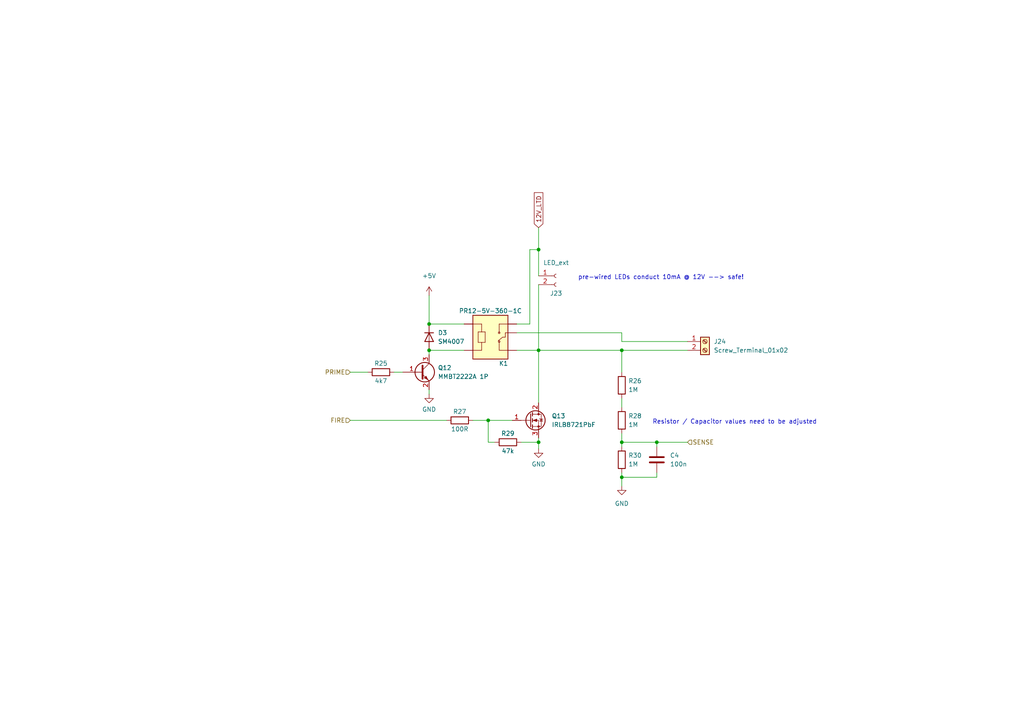
<source format=kicad_sch>
(kicad_sch (version 20211123) (generator eeschema)
  (paper "A4")
  (title_block (company "Alexander Sage"))
  (lib_symbols
    (symbol "CUI Relays:PR12-5V-360-1C" (pin_numbers hide) (pin_names (offset 1.016) hide)
      (property "Reference" "K" (at -5.08 5.842 0))
      (property "Value" "PR12-5V-360-1C" (at -5.08 -10.16 0))
      (symbol "PR12-5V-360-1C_0_0"
        (rectangle (start -5.08 -7.62) (end 5.08 5.08) (stroke (width 0.254)) (fill (type background)))
        (polyline (pts (xy -5.08 2.54) (xy -2.54 2.54)) (stroke (width 0.1524)))
        (polyline (pts (xy -3.556 -2.794) (xy -2.54 -2.794)) (stroke (width 0.1524)))
        (polyline (pts (xy -3.556 0.254) (xy -3.556 -2.794)) (stroke (width 0.1524)))
        (polyline (pts (xy -2.54 -5.08) (xy -5.08 -5.08)) (stroke (width 0.1524)))
        (polyline (pts (xy -2.54 -2.794) (xy -2.54 -5.08)) (stroke (width 0.1524)))
        (polyline (pts (xy -2.54 -2.794) (xy -1.524 -2.794)) (stroke (width 0.1524)))
        (polyline (pts (xy -2.54 0.254) (xy -3.556 0.254)) (stroke (width 0.1524)))
        (polyline (pts (xy -2.54 2.54) (xy -2.54 0.254)) (stroke (width 0.1524)))
        (polyline (pts (xy -1.524 -2.794) (xy -1.524 0.254)) (stroke (width 0.1524)))
        (polyline (pts (xy -1.524 0.254) (xy -2.54 0.254)) (stroke (width 0.1524)))
        (polyline (pts (xy 2.54 -5.08) (xy 5.08 -5.08)) (stroke (width 0.1524)))
        (polyline (pts (xy 2.54 -2.54) (xy 2.54 -5.08)) (stroke (width 0.1524)))
        (polyline (pts (xy 2.54 2.54) (xy 2.54 0)) (stroke (width 0.1524)))
        (polyline (pts (xy 3.556 -1.27) (xy 2.286 -2.286)) (stroke (width 0.1524)))
        (polyline (pts (xy 3.556 -1.27) (xy 4.318 -1.27)) (stroke (width 0.1524)))
        (polyline (pts (xy 4.318 -1.27) (xy 4.318 0)) (stroke (width 0.1524)))
        (polyline (pts (xy 4.318 0) (xy 5.08 0)) (stroke (width 0.1524)))
        (polyline (pts (xy 5.08 2.54) (xy 2.54 2.54)) (stroke (width 0.1524)))
        (circle (center 2.54 -2.54) (radius 0.254) (stroke (width 0.1524)))
        (circle (center 2.54 0) (radius 0.254) (stroke (width 0.1524)))
        (pin passive line (at -7.62 2.54 0) (length 2.54) (name "Coil_1") (number "A1"))
        (pin passive line (at -7.62 -5.08 0) (length 2.54) (name "Coil_2") (number "A2"))
        (pin passive line (at 7.62 0 180) (length 2.54) (name "COM") (number "COM"))
        (pin passive line (at 7.62 -5.08 180) (length 2.54) (name "NC") (number "NC"))
        (pin passive line (at 7.62 2.54 180) (length 2.54) (name "NO") (number "NO"))
      )
    )
    (symbol "Connector:Conn_01x02_Female" (pin_names (offset 1.016) hide)
      (property "Reference" "J" (at 0 2.54 0))
      (property "Value" "Conn_01x02_Female" (at 0 -5.08 0))
      (symbol "Conn_01x02_Female_1_1"
        (arc (start 0 -2.032) (mid -0.508 -2.54) (end 0 -3.048) (stroke (width 0.1524)))
        (polyline (pts (xy -1.27 -2.54) (xy -0.508 -2.54)) (stroke (width 0.1524)))
        (polyline (pts (xy -1.27 0) (xy -0.508 0)) (stroke (width 0.1524)))
        (arc (start 0 0.508) (mid -0.508 0) (end 0 -0.508) (stroke (width 0.1524)))
        (pin passive line (at -5.08 0 0) (length 3.81) (name "Pin_1") (number "1"))
        (pin passive line (at -5.08 -2.54 0) (length 3.81) (name "Pin_2") (number "2"))
      )
    )
    (symbol "Connector:Screw_Terminal_01x02" (pin_names (offset 1.016) hide)
      (property "Reference" "J" (at 0 2.54 0))
      (property "Value" "Screw_Terminal_01x02" (at 0 -5.08 0))
      (symbol "Screw_Terminal_01x02_1_1"
        (rectangle (start -1.27 1.27) (end 1.27 -3.81) (stroke (width 0.254)) (fill (type background)))
        (circle (center 0 -2.54) (radius 0.635) (stroke (width 0.1524)))
        (polyline (pts (xy -0.5334 -2.2098) (xy 0.3302 -3.048)) (stroke (width 0.1524)))
        (polyline (pts (xy -0.5334 0.3302) (xy 0.3302 -0.508)) (stroke (width 0.1524)))
        (polyline (pts (xy -0.3556 -2.032) (xy 0.508 -2.8702)) (stroke (width 0.1524)))
        (polyline (pts (xy -0.3556 0.508) (xy 0.508 -0.3302)) (stroke (width 0.1524)))
        (circle (center 0 0) (radius 0.635) (stroke (width 0.1524)))
        (pin passive line (at -5.08 0 0) (length 3.81) (name "Pin_1") (number "1"))
        (pin passive line (at -5.08 -2.54 0) (length 3.81) (name "Pin_2") (number "2"))
      )
    )
    (symbol "Device:C" (pin_numbers hide) (pin_names (offset 0.254))
      (property "Reference" "C" (at 0.635 2.54 0))
      (property "Value" "C" (at 0.635 -2.54 0))
      (symbol "C_0_1"
        (polyline (pts (xy -2.032 -0.762) (xy 2.032 -0.762)) (stroke (width 0.508)))
        (polyline (pts (xy -2.032 0.762) (xy 2.032 0.762)) (stroke (width 0.508)))
      )
      (symbol "C_1_1"
        (pin passive line (at 0 3.81 270) (length 2.794) (name "~") (number "1"))
        (pin passive line (at 0 -3.81 90) (length 2.794) (name "~") (number "2"))
      )
    )
    (symbol "Device:R" (pin_numbers hide) (pin_names (offset 0))
      (property "Reference" "R" (at 2.032 0 90))
      (property "Value" "R" (at 0 0 90))
      (symbol "R_0_1"
        (rectangle (start -1.016 -2.54) (end 1.016 2.54) (stroke (width 0.254)))
      )
      (symbol "R_1_1"
        (pin passive line (at 0 3.81 270) (length 1.27) (name "~") (number "1"))
        (pin passive line (at 0 -3.81 90) (length 1.27) (name "~") (number "2"))
      )
    )
    (symbol "Diode:SM4007" (pin_numbers hide) (pin_names hide)
      (property "Reference" "D" (at 0 2.54 0))
      (property "Value" "SM4007" (at 0 -2.54 0))
      (symbol "SM4007_0_1"
        (polyline (pts (xy -1.27 1.27) (xy -1.27 -1.27)) (stroke (width 0.254)))
        (polyline (pts (xy 1.27 0) (xy -1.27 0)))
        (polyline (pts (xy 1.27 1.27) (xy 1.27 -1.27) (xy -1.27 0) (xy 1.27 1.27)) (stroke (width 0.254)))
      )
      (symbol "SM4007_1_1"
        (pin passive line (at -3.81 0 0) (length 2.54) (name "K") (number "1"))
        (pin passive line (at 3.81 0 180) (length 2.54) (name "A") (number "2"))
      )
    )
    (symbol "JLCPCB_Parts:MMBT2222A 1P" (pin_names (offset 0) hide)
      (property "Reference" "Q" (at 5.08 1.905 0))
      (property "Value" "MMBT2222A 1P" (at 5.08 0 0))
      (symbol "MMBT2222A 1P_0_1"
        (polyline (pts (xy 0 0) (xy 0.635 0)))
        (polyline (pts (xy 2.54 -2.54) (xy 0.635 -0.635)))
        (polyline (pts (xy 2.54 2.54) (xy 0.635 0.635)))
        (polyline (pts (xy 0.635 1.905) (xy 0.635 -1.905) (xy 0.635 -1.905)) (stroke (width 0.508)))
        (polyline (pts (xy 2.413 -2.413) (xy 1.905 -1.905) (xy 1.905 -1.905)))
        (polyline (pts (xy 1.143 -1.651) (xy 1.651 -1.143) (xy 2.159 -2.159) (xy 1.143 -1.651) (xy 1.143 -1.651)) (fill (type outline)))
        (circle (center 1.27 0) (radius 2.8194) (stroke (width 0.254)))
      )
      (symbol "MMBT2222A 1P_1_1"
        (pin input line (at -5.08 0 0) (length 5.08) (name "B") (number "1"))
        (pin passive line (at 2.54 -5.08 90) (length 2.54) (name "E") (number "2"))
        (pin passive line (at 2.54 5.08 270) (length 2.54) (name "C") (number "3"))
      )
    )
    (symbol "Transistor_FET:IPD50R380CE" (pin_names hide)
      (property "Reference" "Q" (at 5.08 1.905 0))
      (property "Value" "IPD50R380CE" (at 5.08 0 0))
      (symbol "IPD50R380CE_0_1"
        (polyline (pts (xy 0.254 0) (xy -2.54 0)))
        (polyline (pts (xy 0.254 1.905) (xy 0.254 -1.905)) (stroke (width 0.254)))
        (polyline (pts (xy 0.762 -1.27) (xy 0.762 -2.286)) (stroke (width 0.254)))
        (polyline (pts (xy 0.762 0.508) (xy 0.762 -0.508)) (stroke (width 0.254)))
        (polyline (pts (xy 0.762 2.286) (xy 0.762 1.27)) (stroke (width 0.254)))
        (polyline (pts (xy 2.54 2.54) (xy 2.54 1.778)))
        (polyline (pts (xy 2.54 -2.54) (xy 2.54 0) (xy 0.762 0)))
        (polyline (pts (xy 0.762 -1.778) (xy 3.302 -1.778) (xy 3.302 1.778) (xy 0.762 1.778)))
        (polyline (pts (xy 1.016 0) (xy 2.032 0.381) (xy 2.032 -0.381) (xy 1.016 0)) (fill (type outline)))
        (polyline (pts (xy 2.794 0.508) (xy 2.921 0.381) (xy 3.683 0.381) (xy 3.81 0.254)))
        (polyline (pts (xy 3.302 0.381) (xy 2.921 -0.254) (xy 3.683 -0.254) (xy 3.302 0.381)))
        (circle (center 1.651 0) (radius 2.794) (stroke (width 0.254)))
        (circle (center 2.54 -1.778) (radius 0.254) (fill (type outline)))
        (circle (center 2.54 1.778) (radius 0.254) (fill (type outline)))
      )
      (symbol "IPD50R380CE_1_1"
        (pin input line (at -5.08 0 0) (length 2.54) (name "G") (number "1"))
        (pin passive line (at 2.54 5.08 270) (length 2.54) (name "D") (number "2"))
        (pin passive line (at 2.54 -5.08 90) (length 2.54) (name "S") (number "3"))
      )
    )
    (symbol "power:+5V" (power) (pin_names (offset 0))
      (property "Value" "+5V" (at 0 3.556 0))
      (symbol "+5V_0_1"
        (polyline (pts (xy -0.762 1.27) (xy 0 2.54)))
        (polyline (pts (xy 0 0) (xy 0 2.54)))
        (polyline (pts (xy 0 2.54) (xy 0.762 1.27)))
      )
      (symbol "+5V_1_1"
        (pin power_in line (at 0 0 90) (length 0) hide (name "+5V") (number "1"))
      )
    )
    (symbol "power:GND" (power) (pin_names (offset 0))
      (property "Value" "GND" (at 0 -3.81 0))
      (symbol "GND_0_1"
        (polyline (pts (xy 0 0) (xy 0 -1.27) (xy 1.27 -1.27) (xy 0 -2.54) (xy -1.27 -1.27) (xy 0 -1.27)))
      )
      (symbol "GND_1_1"
        (pin power_in line (at 0 0 270) (length 0) hide (name "GND") (number "1"))
      )
    )
  )
  (junction (at 124.46 93.98))
  (junction (at 156.21 101.6))
  (junction (at 190.5 128.27))
  (junction (at 180.34 128.27))
  (junction (at 124.46 101.6))
  (junction (at 180.34 101.6))
  (junction (at 156.21 128.27))
  (junction (at 180.34 138.43))
  (junction (at 156.21 72.39))
  (junction (at 141.605 121.92))
  (wire (pts (xy 190.5 128.27) (xy 190.5 129.54)))
  (wire (pts (xy 190.5 137.16) (xy 190.5 138.43)))
  (wire (pts (xy 101.6 121.92) (xy 129.54 121.92)))
  (wire (pts (xy 124.46 101.6) (xy 124.46 102.87)))
  (wire (pts (xy 141.605 121.92) (xy 148.59 121.92)))
  (wire (pts (xy 180.34 115.57) (xy 180.34 118.11)))
  (wire (pts (xy 124.46 101.6) (xy 134.62 101.6)))
  (wire (pts (xy 180.34 101.6) (xy 199.39 101.6)))
  (wire (pts (xy 141.605 128.27) (xy 141.605 121.92)))
  (wire (pts (xy 143.51 128.27) (xy 141.605 128.27)))
  (wire (pts (xy 180.34 99.06) (xy 199.39 99.06)))
  (wire (pts (xy 124.46 85.725) (xy 124.46 93.98)))
  (wire (pts (xy 180.34 96.52) (xy 180.34 99.06)))
  (wire (pts (xy 156.21 128.27) (xy 156.21 130.175)))
  (wire (pts (xy 190.5 128.27) (xy 199.39 128.27)))
  (wire (pts (xy 156.21 101.6) (xy 156.21 116.84)))
  (wire (pts (xy 124.46 113.03) (xy 124.46 114.3)))
  (wire (pts (xy 180.34 137.16) (xy 180.34 138.43)))
  (wire (pts (xy 114.3 107.95) (xy 116.84 107.95)))
  (wire (pts (xy 180.34 128.27) (xy 190.5 128.27)))
  (wire (pts (xy 153.67 72.39) (xy 156.21 72.39)))
  (wire (pts (xy 156.21 72.39) (xy 156.21 80.01)))
  (wire (pts (xy 137.16 121.92) (xy 141.605 121.92)))
  (wire (pts (xy 156.21 66.04) (xy 156.21 72.39)))
  (wire (pts (xy 180.34 138.43) (xy 190.5 138.43)))
  (wire (pts (xy 149.86 93.98) (xy 153.67 93.98)))
  (wire (pts (xy 156.21 101.6) (xy 180.34 101.6)))
  (wire (pts (xy 101.6 107.95) (xy 106.68 107.95)))
  (wire (pts (xy 180.34 138.43) (xy 180.34 140.97)))
  (wire (pts (xy 153.67 93.98) (xy 153.67 72.39)))
  (wire (pts (xy 156.21 82.55) (xy 156.21 101.6)))
  (wire (pts (xy 180.34 107.95) (xy 180.34 101.6)))
  (wire (pts (xy 151.13 128.27) (xy 156.21 128.27)))
  (wire (pts (xy 180.34 128.27) (xy 180.34 129.54)))
  (wire (pts (xy 149.86 101.6) (xy 156.21 101.6)))
  (wire (pts (xy 124.46 93.98) (xy 134.62 93.98)))
  (wire (pts (xy 149.86 96.52) (xy 180.34 96.52)))
  (wire (pts (xy 180.34 125.73) (xy 180.34 128.27)))
  (wire (pts (xy 156.21 127) (xy 156.21 128.27)))
  (text "pre-wired LEDs conduct 10mA @ 12V --> safe!" (at 167.64 81.28 0) (effects (font (size 1.27 1.27)) (justify left bottom)))
  (text "Resistor / Capacitor values need to be adjusted" (at 189.23 123.19 0) (effects (font (size 1.27 1.27)) (justify left bottom)))
  (global_label "12V_LTD" (shape input) (at 156.21 66.04 90) (property "Intersheet References" "${INTERSHEET_REFS}" (effects hide)))
  (hierarchical_label "PRIME" (shape input) (at 101.6 107.95 180))
  (hierarchical_label "SENSE" (shape input) (at 199.39 128.27 0))
  (hierarchical_label "FIRE" (shape input) (at 101.6 121.92 180))
  (symbol (lib_id "power:GND") (at 156.21 130.175 0) (unit 1)
    (property "Reference" "#PWR049" (effects hide))
    (property "Value" "GND" (at 156.21 134.62 0))
  )
  (symbol (lib_id "Device:R") (at 110.49 107.95 90) (unit 1)
    (property "Reference" "R25" (at 110.49 105.41 90))
    (property "Value" "4k7" (at 110.49 110.49 90))
    (property "Footprint" "Resistor_SMD:R_0805_2012Metric_Pad1.20x1.40mm_HandSolder" (effects hide))
  )
  (symbol (lib_id "Connector:Conn_01x02_Female") (at 161.29 80.01 0) (unit 1)
    (property "Reference" "J23" (at 161.29 85.09 0))
    (property "Value" "LED_ext" (at 161.29 76.2 0))
    (property "Footprint" "Connector_PinHeader_2.54mm:PinHeader_1x02_P2.54mm_Vertical" (effects hide))
  )
  (symbol (lib_id "JLCPCB_Parts:MMBT2222A 1P") (at 121.92 107.95 0) (unit 1)
    (property "Reference" "Q12" (at 127 106.6799 0) (effects (justify left)))
    (property "Value" "MMBT2222A 1P" (at 127 109.2199 0) (effects (justify left)))
    (property "Footprint" "Package_TO_SOT_SMD:SOT-23" (effects hide))
    (property "Datasheet" "https://datasheet.lcsc.com/lcsc/1811081957_Jiangsu-Changjing-Electronics-Technology-Co---Ltd--MMBT2222A-1P_C8512.pdf" (effects hide))
  )
  (symbol (lib_id "power:GND") (at 180.34 140.97 0) (unit 1)
    (property "Reference" "#PWR050" (effects hide))
    (property "Value" "GND" (at 180.34 146.05 0))
  )
  (symbol (lib_id "Device:R") (at 147.32 128.27 90) (unit 1)
    (property "Reference" "R29" (at 147.32 125.73 90))
    (property "Value" "47k" (at 147.32 130.81 90))
    (property "Footprint" "Resistor_SMD:R_0805_2012Metric_Pad1.20x1.40mm_HandSolder" (effects hide))
  )
  (symbol (lib_id "power:+5V") (at 124.46 85.725 0) (unit 1)
    (property "Reference" "#PWR047" (effects hide))
    (property "Value" "+5V" (at 124.46 80.01 0))
  )
  (symbol (lib_id "CUI Relays:PR12-5V-360-1C") (at 142.24 96.52 0) (unit 1)
    (property "Reference" "K1" (at 146.05 105.41 0))
    (property "Value" "PR12-5V-360-1C" (at 142.24 90.17 0))
    (property "Footprint" "CUI Relays:PR12-5V-360-1C" (effects hide))
    (property "MANUFACTURER" "CUI DEVICES" (effects hide))
  )
  (symbol (lib_id "Device:R") (at 180.34 121.92 0) (unit 1)
    (property "Reference" "R28" (at 182.245 120.6499 0) (effects (justify left)))
    (property "Value" "1M" (at 182.245 123.1899 0) (effects (justify left)))
    (property "Footprint" "Resistor_SMD:R_0805_2012Metric_Pad1.20x1.40mm_HandSolder" (effects hide))
  )
  (symbol (lib_id "Device:R") (at 180.34 133.35 0) (unit 1)
    (property "Reference" "R30" (at 182.245 132.0799 0) (effects (justify left)))
    (property "Value" "1M" (at 182.245 134.6199 0) (effects (justify left)))
    (property "Footprint" "Resistor_SMD:R_0805_2012Metric_Pad1.20x1.40mm_HandSolder" (effects hide))
  )
  (symbol (lib_id "Device:R") (at 133.35 121.92 90) (unit 1)
    (property "Reference" "R27" (at 133.35 119.38 90))
    (property "Value" "100R" (at 133.35 124.46 90))
    (property "Footprint" "Resistor_SMD:R_0805_2012Metric_Pad1.20x1.40mm_HandSolder" (effects hide))
  )
  (symbol (lib_id "Connector:Screw_Terminal_01x02") (at 204.47 99.06 0) (unit 1)
    (property "Reference" "J24" (at 207.01 99.0599 0) (effects (justify left)))
    (property "Value" "Screw_Terminal_01x02" (at 207.01 101.5999 0) (effects (justify left)))
    (property "Footprint" "TerminalBlock_Phoenix:TerminalBlock_Phoenix_PT-1,5-2-5.0-H_1x02_P5.00mm_Horizontal" (effects hide))
  )
  (symbol (lib_id "power:GND") (at 124.46 114.3 0) (unit 1)
    (property "Reference" "#PWR048" (effects hide))
    (property "Value" "GND" (at 124.46 118.745 0))
  )
  (symbol (lib_id "Device:C") (at 190.5 133.35 0) (unit 1)
    (property "Reference" "C4" (at 194.31 132.0799 0) (effects (justify left)))
    (property "Value" "100n" (at 194.31 134.6199 0) (effects (justify left)))
    (property "Footprint" "Capacitor_SMD:C_0805_2012Metric_Pad1.18x1.45mm_HandSolder" (effects hide))
  )
  (symbol (lib_id "Device:R") (at 180.34 111.76 0) (unit 1)
    (property "Reference" "R26" (at 182.245 110.4899 0) (effects (justify left)))
    (property "Value" "1M" (at 182.245 113.0299 0) (effects (justify left)))
    (property "Footprint" "Resistor_SMD:R_0805_2012Metric_Pad1.20x1.40mm_HandSolder" (effects hide))
  )
  (symbol (lib_id "Diode:SM4007") (at 124.46 97.79 270) (unit 1)
    (property "Reference" "D3" (at 127 96.5199 90) (effects (justify left)))
    (property "Value" "SM4007" (at 127 99.0599 90) (effects (justify left)))
    (property "Footprint" "Diode_SMD:D_SMA" (effects hide))
    (property "Datasheet" "http://cdn-reichelt.de/documents/datenblatt/A400/SMD1N400%23DIO.pdf" (effects hide))
  )
  (symbol (lib_id "Transistor_FET:IPD50R380CE") (at 153.67 121.92 0) (unit 1)
    (property "Reference" "Q13" (at 160.02 120.6499 0) (effects (justify left)))
    (property "Value" "IRLB8721PbF" (at 160.02 123.1899 0) (effects (justify left)))
    (property "Footprint" "Package_TO_SOT_THT:TO-220-3_Vertical" (effects hide))
  )
)
</source>
